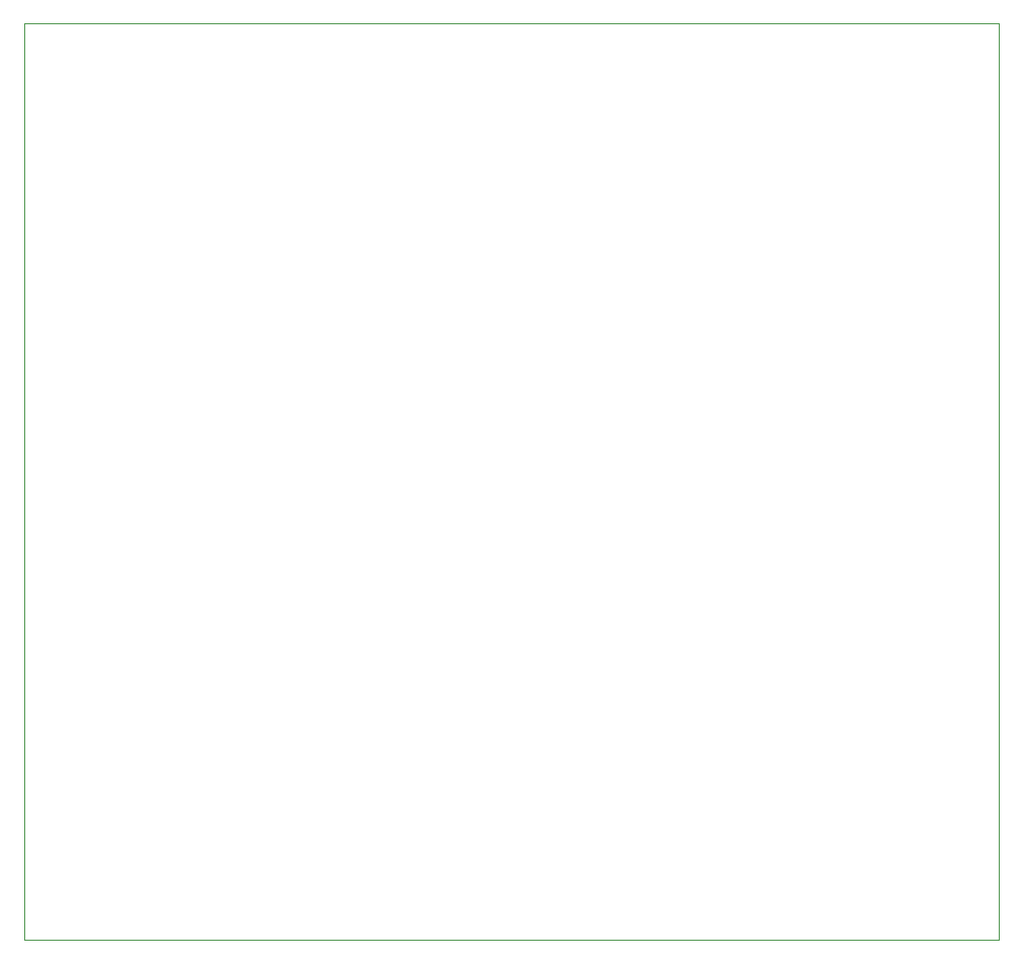
<source format=gbr>
%TF.GenerationSoftware,KiCad,Pcbnew,9.0.2*%
%TF.CreationDate,2025-06-30T15:24:12-07:00*%
%TF.ProjectId,hackpad,6861636b-7061-4642-9e6b-696361645f70,rev?*%
%TF.SameCoordinates,Original*%
%TF.FileFunction,Profile,NP*%
%FSLAX46Y46*%
G04 Gerber Fmt 4.6, Leading zero omitted, Abs format (unit mm)*
G04 Created by KiCad (PCBNEW 9.0.2) date 2025-06-30 15:24:12*
%MOMM*%
%LPD*%
G01*
G04 APERTURE LIST*
%TA.AperFunction,Profile*%
%ADD10C,0.050000*%
%TD*%
G04 APERTURE END LIST*
D10*
X63000000Y-67000000D02*
X148000000Y-67000000D01*
X148000000Y-147000000D01*
X63000000Y-147000000D01*
X63000000Y-67000000D01*
M02*

</source>
